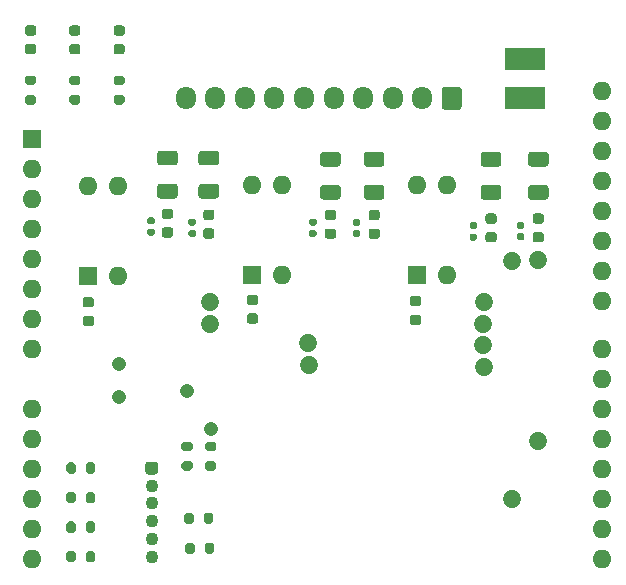
<source format=gbr>
G04 #@! TF.GenerationSoftware,KiCad,Pcbnew,(5.1.7)-1*
G04 #@! TF.CreationDate,2020-12-25T14:24:49+09:00*
G04 #@! TF.ProjectId,Ctrl_Arduino,4374726c-5f41-4726-9475-696e6f2e6b69,rev?*
G04 #@! TF.SameCoordinates,Original*
G04 #@! TF.FileFunction,Soldermask,Top*
G04 #@! TF.FilePolarity,Negative*
%FSLAX46Y46*%
G04 Gerber Fmt 4.6, Leading zero omitted, Abs format (unit mm)*
G04 Created by KiCad (PCBNEW (5.1.7)-1) date 2020-12-25 14:24:49*
%MOMM*%
%LPD*%
G01*
G04 APERTURE LIST*
%ADD10C,1.200000*%
%ADD11C,1.500000*%
%ADD12R,3.400000X1.900000*%
%ADD13C,1.100000*%
%ADD14O,1.700000X1.950000*%
%ADD15R,1.600000X1.600000*%
%ADD16O,1.600000X1.600000*%
G04 APERTURE END LIST*
D10*
X91000000Y-135950000D02*
G75*
G03*
X91000000Y-135950000I0J0D01*
G01*
X89000000Y-132700000D02*
G75*
G03*
X89000000Y-132700000I0J0D01*
G01*
X83250000Y-133200000D02*
G75*
G03*
X83250000Y-133200000I0J0D01*
G01*
X83200000Y-130450000D02*
G75*
G03*
X83200000Y-130450000I0J0D01*
G01*
D11*
X116550000Y-141910000D02*
G75*
G03*
X116550000Y-141910000I0J0D01*
G01*
X118750000Y-136940000D02*
G75*
G03*
X118750000Y-136940000I0J0D01*
G01*
X116540000Y-121760000D02*
G75*
G03*
X116540000Y-121760000I0J0D01*
G01*
X90900000Y-127060000D02*
G75*
G03*
X90900000Y-127060000I0J0D01*
G01*
X90910000Y-125210000D02*
G75*
G03*
X90910000Y-125210000I0J0D01*
G01*
X99230000Y-128680000D02*
G75*
G03*
X99230000Y-128680000I0J0D01*
G01*
X99320000Y-130540000D02*
G75*
G03*
X99320000Y-130540000I0J0D01*
G01*
X114100000Y-130700000D02*
G75*
G03*
X114100000Y-130700000I0J0D01*
G01*
X114080000Y-128820000D02*
G75*
G03*
X114080000Y-128820000I0J0D01*
G01*
X114050000Y-127060000D02*
G75*
G03*
X114050000Y-127060000I0J0D01*
G01*
X114100000Y-125210000D02*
G75*
G03*
X114100000Y-125210000I0J0D01*
G01*
X118750000Y-121660000D02*
G75*
G03*
X118750000Y-121660000I0J0D01*
G01*
G36*
G01*
X89275000Y-137825000D02*
X88725000Y-137825000D01*
G75*
G02*
X88525000Y-137625000I0J200000D01*
G01*
X88525000Y-137225000D01*
G75*
G02*
X88725000Y-137025000I200000J0D01*
G01*
X89275000Y-137025000D01*
G75*
G02*
X89475000Y-137225000I0J-200000D01*
G01*
X89475000Y-137625000D01*
G75*
G02*
X89275000Y-137825000I-200000J0D01*
G01*
G37*
G36*
G01*
X89275000Y-139475000D02*
X88725000Y-139475000D01*
G75*
G02*
X88525000Y-139275000I0J200000D01*
G01*
X88525000Y-138875000D01*
G75*
G02*
X88725000Y-138675000I200000J0D01*
G01*
X89275000Y-138675000D01*
G75*
G02*
X89475000Y-138875000I0J-200000D01*
G01*
X89475000Y-139275000D01*
G75*
G02*
X89275000Y-139475000I-200000J0D01*
G01*
G37*
G36*
G01*
X82975000Y-107675000D02*
X83525000Y-107675000D01*
G75*
G02*
X83725000Y-107875000I0J-200000D01*
G01*
X83725000Y-108275000D01*
G75*
G02*
X83525000Y-108475000I-200000J0D01*
G01*
X82975000Y-108475000D01*
G75*
G02*
X82775000Y-108275000I0J200000D01*
G01*
X82775000Y-107875000D01*
G75*
G02*
X82975000Y-107675000I200000J0D01*
G01*
G37*
G36*
G01*
X82975000Y-106025000D02*
X83525000Y-106025000D01*
G75*
G02*
X83725000Y-106225000I0J-200000D01*
G01*
X83725000Y-106625000D01*
G75*
G02*
X83525000Y-106825000I-200000J0D01*
G01*
X82975000Y-106825000D01*
G75*
G02*
X82775000Y-106625000I0J200000D01*
G01*
X82775000Y-106225000D01*
G75*
G02*
X82975000Y-106025000I200000J0D01*
G01*
G37*
G36*
G01*
X91275000Y-137825000D02*
X90725000Y-137825000D01*
G75*
G02*
X90525000Y-137625000I0J200000D01*
G01*
X90525000Y-137225000D01*
G75*
G02*
X90725000Y-137025000I200000J0D01*
G01*
X91275000Y-137025000D01*
G75*
G02*
X91475000Y-137225000I0J-200000D01*
G01*
X91475000Y-137625000D01*
G75*
G02*
X91275000Y-137825000I-200000J0D01*
G01*
G37*
G36*
G01*
X91275000Y-139475000D02*
X90725000Y-139475000D01*
G75*
G02*
X90525000Y-139275000I0J200000D01*
G01*
X90525000Y-138875000D01*
G75*
G02*
X90725000Y-138675000I200000J0D01*
G01*
X91275000Y-138675000D01*
G75*
G02*
X91475000Y-138875000I0J-200000D01*
G01*
X91475000Y-139275000D01*
G75*
G02*
X91275000Y-139475000I-200000J0D01*
G01*
G37*
G36*
G01*
X79225000Y-107675000D02*
X79775000Y-107675000D01*
G75*
G02*
X79975000Y-107875000I0J-200000D01*
G01*
X79975000Y-108275000D01*
G75*
G02*
X79775000Y-108475000I-200000J0D01*
G01*
X79225000Y-108475000D01*
G75*
G02*
X79025000Y-108275000I0J200000D01*
G01*
X79025000Y-107875000D01*
G75*
G02*
X79225000Y-107675000I200000J0D01*
G01*
G37*
G36*
G01*
X79225000Y-106025000D02*
X79775000Y-106025000D01*
G75*
G02*
X79975000Y-106225000I0J-200000D01*
G01*
X79975000Y-106625000D01*
G75*
G02*
X79775000Y-106825000I-200000J0D01*
G01*
X79225000Y-106825000D01*
G75*
G02*
X79025000Y-106625000I0J200000D01*
G01*
X79025000Y-106225000D01*
G75*
G02*
X79225000Y-106025000I200000J0D01*
G01*
G37*
G36*
G01*
X75475000Y-107675000D02*
X76025000Y-107675000D01*
G75*
G02*
X76225000Y-107875000I0J-200000D01*
G01*
X76225000Y-108275000D01*
G75*
G02*
X76025000Y-108475000I-200000J0D01*
G01*
X75475000Y-108475000D01*
G75*
G02*
X75275000Y-108275000I0J200000D01*
G01*
X75275000Y-107875000D01*
G75*
G02*
X75475000Y-107675000I200000J0D01*
G01*
G37*
G36*
G01*
X75475000Y-106025000D02*
X76025000Y-106025000D01*
G75*
G02*
X76225000Y-106225000I0J-200000D01*
G01*
X76225000Y-106625000D01*
G75*
G02*
X76025000Y-106825000I-200000J0D01*
G01*
X75475000Y-106825000D01*
G75*
G02*
X75275000Y-106625000I0J200000D01*
G01*
X75275000Y-106225000D01*
G75*
G02*
X75475000Y-106025000I200000J0D01*
G01*
G37*
G36*
G01*
X90510000Y-146320000D02*
X90510000Y-145770000D01*
G75*
G02*
X90710000Y-145570000I200000J0D01*
G01*
X91110000Y-145570000D01*
G75*
G02*
X91310000Y-145770000I0J-200000D01*
G01*
X91310000Y-146320000D01*
G75*
G02*
X91110000Y-146520000I-200000J0D01*
G01*
X90710000Y-146520000D01*
G75*
G02*
X90510000Y-146320000I0J200000D01*
G01*
G37*
G36*
G01*
X88860000Y-146320000D02*
X88860000Y-145770000D01*
G75*
G02*
X89060000Y-145570000I200000J0D01*
G01*
X89460000Y-145570000D01*
G75*
G02*
X89660000Y-145770000I0J-200000D01*
G01*
X89660000Y-146320000D01*
G75*
G02*
X89460000Y-146520000I-200000J0D01*
G01*
X89060000Y-146520000D01*
G75*
G02*
X88860000Y-146320000I0J200000D01*
G01*
G37*
G36*
G01*
X90425000Y-143775000D02*
X90425000Y-143225000D01*
G75*
G02*
X90625000Y-143025000I200000J0D01*
G01*
X91025000Y-143025000D01*
G75*
G02*
X91225000Y-143225000I0J-200000D01*
G01*
X91225000Y-143775000D01*
G75*
G02*
X91025000Y-143975000I-200000J0D01*
G01*
X90625000Y-143975000D01*
G75*
G02*
X90425000Y-143775000I0J200000D01*
G01*
G37*
G36*
G01*
X88775000Y-143775000D02*
X88775000Y-143225000D01*
G75*
G02*
X88975000Y-143025000I200000J0D01*
G01*
X89375000Y-143025000D01*
G75*
G02*
X89575000Y-143225000I0J-200000D01*
G01*
X89575000Y-143775000D01*
G75*
G02*
X89375000Y-143975000I-200000J0D01*
G01*
X88975000Y-143975000D01*
G75*
G02*
X88775000Y-143775000I0J200000D01*
G01*
G37*
G36*
G01*
X79575000Y-146475000D02*
X79575000Y-147025000D01*
G75*
G02*
X79375000Y-147225000I-200000J0D01*
G01*
X78975000Y-147225000D01*
G75*
G02*
X78775000Y-147025000I0J200000D01*
G01*
X78775000Y-146475000D01*
G75*
G02*
X78975000Y-146275000I200000J0D01*
G01*
X79375000Y-146275000D01*
G75*
G02*
X79575000Y-146475000I0J-200000D01*
G01*
G37*
G36*
G01*
X81225000Y-146475000D02*
X81225000Y-147025000D01*
G75*
G02*
X81025000Y-147225000I-200000J0D01*
G01*
X80625000Y-147225000D01*
G75*
G02*
X80425000Y-147025000I0J200000D01*
G01*
X80425000Y-146475000D01*
G75*
G02*
X80625000Y-146275000I200000J0D01*
G01*
X81025000Y-146275000D01*
G75*
G02*
X81225000Y-146475000I0J-200000D01*
G01*
G37*
G36*
G01*
X79575000Y-143975000D02*
X79575000Y-144525000D01*
G75*
G02*
X79375000Y-144725000I-200000J0D01*
G01*
X78975000Y-144725000D01*
G75*
G02*
X78775000Y-144525000I0J200000D01*
G01*
X78775000Y-143975000D01*
G75*
G02*
X78975000Y-143775000I200000J0D01*
G01*
X79375000Y-143775000D01*
G75*
G02*
X79575000Y-143975000I0J-200000D01*
G01*
G37*
G36*
G01*
X81225000Y-143975000D02*
X81225000Y-144525000D01*
G75*
G02*
X81025000Y-144725000I-200000J0D01*
G01*
X80625000Y-144725000D01*
G75*
G02*
X80425000Y-144525000I0J200000D01*
G01*
X80425000Y-143975000D01*
G75*
G02*
X80625000Y-143775000I200000J0D01*
G01*
X81025000Y-143775000D01*
G75*
G02*
X81225000Y-143975000I0J-200000D01*
G01*
G37*
G36*
G01*
X79575000Y-141475000D02*
X79575000Y-142025000D01*
G75*
G02*
X79375000Y-142225000I-200000J0D01*
G01*
X78975000Y-142225000D01*
G75*
G02*
X78775000Y-142025000I0J200000D01*
G01*
X78775000Y-141475000D01*
G75*
G02*
X78975000Y-141275000I200000J0D01*
G01*
X79375000Y-141275000D01*
G75*
G02*
X79575000Y-141475000I0J-200000D01*
G01*
G37*
G36*
G01*
X81225000Y-141475000D02*
X81225000Y-142025000D01*
G75*
G02*
X81025000Y-142225000I-200000J0D01*
G01*
X80625000Y-142225000D01*
G75*
G02*
X80425000Y-142025000I0J200000D01*
G01*
X80425000Y-141475000D01*
G75*
G02*
X80625000Y-141275000I200000J0D01*
G01*
X81025000Y-141275000D01*
G75*
G02*
X81225000Y-141475000I0J-200000D01*
G01*
G37*
G36*
G01*
X79575000Y-138975000D02*
X79575000Y-139525000D01*
G75*
G02*
X79375000Y-139725000I-200000J0D01*
G01*
X78975000Y-139725000D01*
G75*
G02*
X78775000Y-139525000I0J200000D01*
G01*
X78775000Y-138975000D01*
G75*
G02*
X78975000Y-138775000I200000J0D01*
G01*
X79375000Y-138775000D01*
G75*
G02*
X79575000Y-138975000I0J-200000D01*
G01*
G37*
G36*
G01*
X81225000Y-138975000D02*
X81225000Y-139525000D01*
G75*
G02*
X81025000Y-139725000I-200000J0D01*
G01*
X80625000Y-139725000D01*
G75*
G02*
X80425000Y-139525000I0J200000D01*
G01*
X80425000Y-138975000D01*
G75*
G02*
X80625000Y-138775000I200000J0D01*
G01*
X81025000Y-138775000D01*
G75*
G02*
X81225000Y-138975000I0J-200000D01*
G01*
G37*
D12*
X117600000Y-104650000D03*
X117600000Y-107950000D03*
D13*
X86000000Y-146750000D03*
X86000000Y-145250000D03*
X86000000Y-143750000D03*
G36*
G01*
X85725000Y-138700000D02*
X86275000Y-138700000D01*
G75*
G02*
X86550000Y-138975000I0J-275000D01*
G01*
X86550000Y-139525000D01*
G75*
G02*
X86275000Y-139800000I-275000J0D01*
G01*
X85725000Y-139800000D01*
G75*
G02*
X85450000Y-139525000I0J275000D01*
G01*
X85450000Y-138975000D01*
G75*
G02*
X85725000Y-138700000I275000J0D01*
G01*
G37*
X86000000Y-140750000D03*
X86000000Y-142250000D03*
D14*
X88900000Y-107950000D03*
X91400000Y-107950000D03*
X93900000Y-107950000D03*
X96400000Y-107950000D03*
X98900000Y-107950000D03*
X101400000Y-107950000D03*
X103900000Y-107950000D03*
X106400000Y-107950000D03*
X108900000Y-107950000D03*
G36*
G01*
X112250000Y-107225000D02*
X112250000Y-108675000D01*
G75*
G02*
X112000000Y-108925000I-250000J0D01*
G01*
X110800000Y-108925000D01*
G75*
G02*
X110550000Y-108675000I0J250000D01*
G01*
X110550000Y-107225000D01*
G75*
G02*
X110800000Y-106975000I250000J0D01*
G01*
X112000000Y-106975000D01*
G75*
G02*
X112250000Y-107225000I0J-250000D01*
G01*
G37*
G36*
G01*
X82993750Y-103350000D02*
X83506250Y-103350000D01*
G75*
G02*
X83725000Y-103568750I0J-218750D01*
G01*
X83725000Y-104006250D01*
G75*
G02*
X83506250Y-104225000I-218750J0D01*
G01*
X82993750Y-104225000D01*
G75*
G02*
X82775000Y-104006250I0J218750D01*
G01*
X82775000Y-103568750D01*
G75*
G02*
X82993750Y-103350000I218750J0D01*
G01*
G37*
G36*
G01*
X82993750Y-101775000D02*
X83506250Y-101775000D01*
G75*
G02*
X83725000Y-101993750I0J-218750D01*
G01*
X83725000Y-102431250D01*
G75*
G02*
X83506250Y-102650000I-218750J0D01*
G01*
X82993750Y-102650000D01*
G75*
G02*
X82775000Y-102431250I0J218750D01*
G01*
X82775000Y-101993750D01*
G75*
G02*
X82993750Y-101775000I218750J0D01*
G01*
G37*
G36*
G01*
X79243750Y-103350000D02*
X79756250Y-103350000D01*
G75*
G02*
X79975000Y-103568750I0J-218750D01*
G01*
X79975000Y-104006250D01*
G75*
G02*
X79756250Y-104225000I-218750J0D01*
G01*
X79243750Y-104225000D01*
G75*
G02*
X79025000Y-104006250I0J218750D01*
G01*
X79025000Y-103568750D01*
G75*
G02*
X79243750Y-103350000I218750J0D01*
G01*
G37*
G36*
G01*
X79243750Y-101775000D02*
X79756250Y-101775000D01*
G75*
G02*
X79975000Y-101993750I0J-218750D01*
G01*
X79975000Y-102431250D01*
G75*
G02*
X79756250Y-102650000I-218750J0D01*
G01*
X79243750Y-102650000D01*
G75*
G02*
X79025000Y-102431250I0J218750D01*
G01*
X79025000Y-101993750D01*
G75*
G02*
X79243750Y-101775000I218750J0D01*
G01*
G37*
G36*
G01*
X75493750Y-103350000D02*
X76006250Y-103350000D01*
G75*
G02*
X76225000Y-103568750I0J-218750D01*
G01*
X76225000Y-104006250D01*
G75*
G02*
X76006250Y-104225000I-218750J0D01*
G01*
X75493750Y-104225000D01*
G75*
G02*
X75275000Y-104006250I0J218750D01*
G01*
X75275000Y-103568750D01*
G75*
G02*
X75493750Y-103350000I218750J0D01*
G01*
G37*
G36*
G01*
X75493750Y-101775000D02*
X76006250Y-101775000D01*
G75*
G02*
X76225000Y-101993750I0J-218750D01*
G01*
X76225000Y-102431250D01*
G75*
G02*
X76006250Y-102650000I-218750J0D01*
G01*
X75493750Y-102650000D01*
G75*
G02*
X75275000Y-102431250I0J218750D01*
G01*
X75275000Y-101993750D01*
G75*
G02*
X75493750Y-101775000I218750J0D01*
G01*
G37*
D15*
X80640000Y-123010000D03*
D16*
X83180000Y-115390000D03*
X83180000Y-123010000D03*
X80640000Y-115390000D03*
G36*
G01*
X80896250Y-127235000D02*
X80383750Y-127235000D01*
G75*
G02*
X80165000Y-127016250I0J218750D01*
G01*
X80165000Y-126578750D01*
G75*
G02*
X80383750Y-126360000I218750J0D01*
G01*
X80896250Y-126360000D01*
G75*
G02*
X81115000Y-126578750I0J-218750D01*
G01*
X81115000Y-127016250D01*
G75*
G02*
X80896250Y-127235000I-218750J0D01*
G01*
G37*
G36*
G01*
X80896250Y-125660000D02*
X80383750Y-125660000D01*
G75*
G02*
X80165000Y-125441250I0J218750D01*
G01*
X80165000Y-125003750D01*
G75*
G02*
X80383750Y-124785000I218750J0D01*
G01*
X80896250Y-124785000D01*
G75*
G02*
X81115000Y-125003750I0J-218750D01*
G01*
X81115000Y-125441250D01*
G75*
G02*
X80896250Y-125660000I-218750J0D01*
G01*
G37*
G36*
G01*
X87596250Y-119735000D02*
X87083750Y-119735000D01*
G75*
G02*
X86865000Y-119516250I0J218750D01*
G01*
X86865000Y-119078750D01*
G75*
G02*
X87083750Y-118860000I218750J0D01*
G01*
X87596250Y-118860000D01*
G75*
G02*
X87815000Y-119078750I0J-218750D01*
G01*
X87815000Y-119516250D01*
G75*
G02*
X87596250Y-119735000I-218750J0D01*
G01*
G37*
G36*
G01*
X87596250Y-118160000D02*
X87083750Y-118160000D01*
G75*
G02*
X86865000Y-117941250I0J218750D01*
G01*
X86865000Y-117503750D01*
G75*
G02*
X87083750Y-117285000I218750J0D01*
G01*
X87596250Y-117285000D01*
G75*
G02*
X87815000Y-117503750I0J-218750D01*
G01*
X87815000Y-117941250D01*
G75*
G02*
X87596250Y-118160000I-218750J0D01*
G01*
G37*
G36*
G01*
X91096250Y-119835000D02*
X90583750Y-119835000D01*
G75*
G02*
X90365000Y-119616250I0J218750D01*
G01*
X90365000Y-119178750D01*
G75*
G02*
X90583750Y-118960000I218750J0D01*
G01*
X91096250Y-118960000D01*
G75*
G02*
X91315000Y-119178750I0J-218750D01*
G01*
X91315000Y-119616250D01*
G75*
G02*
X91096250Y-119835000I-218750J0D01*
G01*
G37*
G36*
G01*
X91096250Y-118260000D02*
X90583750Y-118260000D01*
G75*
G02*
X90365000Y-118041250I0J218750D01*
G01*
X90365000Y-117603750D01*
G75*
G02*
X90583750Y-117385000I218750J0D01*
G01*
X91096250Y-117385000D01*
G75*
G02*
X91315000Y-117603750I0J-218750D01*
G01*
X91315000Y-118041250D01*
G75*
G02*
X91096250Y-118260000I-218750J0D01*
G01*
G37*
G36*
G01*
X86715000Y-112385000D02*
X87965000Y-112385000D01*
G75*
G02*
X88215000Y-112635000I0J-250000D01*
G01*
X88215000Y-113385000D01*
G75*
G02*
X87965000Y-113635000I-250000J0D01*
G01*
X86715000Y-113635000D01*
G75*
G02*
X86465000Y-113385000I0J250000D01*
G01*
X86465000Y-112635000D01*
G75*
G02*
X86715000Y-112385000I250000J0D01*
G01*
G37*
G36*
G01*
X86715000Y-115185000D02*
X87965000Y-115185000D01*
G75*
G02*
X88215000Y-115435000I0J-250000D01*
G01*
X88215000Y-116185000D01*
G75*
G02*
X87965000Y-116435000I-250000J0D01*
G01*
X86715000Y-116435000D01*
G75*
G02*
X86465000Y-116185000I0J250000D01*
G01*
X86465000Y-115435000D01*
G75*
G02*
X86715000Y-115185000I250000J0D01*
G01*
G37*
G36*
G01*
X90215000Y-112385000D02*
X91465000Y-112385000D01*
G75*
G02*
X91715000Y-112635000I0J-250000D01*
G01*
X91715000Y-113385000D01*
G75*
G02*
X91465000Y-113635000I-250000J0D01*
G01*
X90215000Y-113635000D01*
G75*
G02*
X89965000Y-113385000I0J250000D01*
G01*
X89965000Y-112635000D01*
G75*
G02*
X90215000Y-112385000I250000J0D01*
G01*
G37*
G36*
G01*
X90215000Y-115185000D02*
X91465000Y-115185000D01*
G75*
G02*
X91715000Y-115435000I0J-250000D01*
G01*
X91715000Y-116185000D01*
G75*
G02*
X91465000Y-116435000I-250000J0D01*
G01*
X90215000Y-116435000D01*
G75*
G02*
X89965000Y-116185000I0J250000D01*
G01*
X89965000Y-115435000D01*
G75*
G02*
X90215000Y-115185000I250000J0D01*
G01*
G37*
G36*
G01*
X86112500Y-119590000D02*
X85767500Y-119590000D01*
G75*
G02*
X85620000Y-119442500I0J147500D01*
G01*
X85620000Y-119147500D01*
G75*
G02*
X85767500Y-119000000I147500J0D01*
G01*
X86112500Y-119000000D01*
G75*
G02*
X86260000Y-119147500I0J-147500D01*
G01*
X86260000Y-119442500D01*
G75*
G02*
X86112500Y-119590000I-147500J0D01*
G01*
G37*
G36*
G01*
X86112500Y-118620000D02*
X85767500Y-118620000D01*
G75*
G02*
X85620000Y-118472500I0J147500D01*
G01*
X85620000Y-118177500D01*
G75*
G02*
X85767500Y-118030000I147500J0D01*
G01*
X86112500Y-118030000D01*
G75*
G02*
X86260000Y-118177500I0J-147500D01*
G01*
X86260000Y-118472500D01*
G75*
G02*
X86112500Y-118620000I-147500J0D01*
G01*
G37*
G36*
G01*
X89612500Y-119690000D02*
X89267500Y-119690000D01*
G75*
G02*
X89120000Y-119542500I0J147500D01*
G01*
X89120000Y-119247500D01*
G75*
G02*
X89267500Y-119100000I147500J0D01*
G01*
X89612500Y-119100000D01*
G75*
G02*
X89760000Y-119247500I0J-147500D01*
G01*
X89760000Y-119542500D01*
G75*
G02*
X89612500Y-119690000I-147500J0D01*
G01*
G37*
G36*
G01*
X89612500Y-118720000D02*
X89267500Y-118720000D01*
G75*
G02*
X89120000Y-118572500I0J147500D01*
G01*
X89120000Y-118277500D01*
G75*
G02*
X89267500Y-118130000I147500J0D01*
G01*
X89612500Y-118130000D01*
G75*
G02*
X89760000Y-118277500I0J-147500D01*
G01*
X89760000Y-118572500D01*
G75*
G02*
X89612500Y-118720000I-147500J0D01*
G01*
G37*
X124130000Y-107370000D03*
X124130000Y-141910000D03*
X124130000Y-120070000D03*
X75870000Y-124130000D03*
X75870000Y-136830000D03*
X124130000Y-146990000D03*
X124130000Y-109910000D03*
X124130000Y-134290000D03*
X75870000Y-126670000D03*
X75870000Y-121590000D03*
X75870000Y-141910000D03*
X75870000Y-119050000D03*
X124130000Y-112450000D03*
X75870000Y-146990000D03*
X124130000Y-117530000D03*
X75870000Y-139370000D03*
X124130000Y-122610000D03*
X124130000Y-144450000D03*
X75870000Y-144450000D03*
X75870000Y-129210000D03*
X75870000Y-113970000D03*
X124130000Y-139370000D03*
X124130000Y-114990000D03*
X75870000Y-134290000D03*
X124130000Y-125150000D03*
X75870000Y-116510000D03*
X124130000Y-131750000D03*
X124130000Y-136830000D03*
X124130000Y-129210000D03*
D15*
X75870000Y-111430000D03*
G36*
G01*
X105096250Y-119847500D02*
X104583750Y-119847500D01*
G75*
G02*
X104365000Y-119628750I0J218750D01*
G01*
X104365000Y-119191250D01*
G75*
G02*
X104583750Y-118972500I218750J0D01*
G01*
X105096250Y-118972500D01*
G75*
G02*
X105315000Y-119191250I0J-218750D01*
G01*
X105315000Y-119628750D01*
G75*
G02*
X105096250Y-119847500I-218750J0D01*
G01*
G37*
G36*
G01*
X105096250Y-118272500D02*
X104583750Y-118272500D01*
G75*
G02*
X104365000Y-118053750I0J218750D01*
G01*
X104365000Y-117616250D01*
G75*
G02*
X104583750Y-117397500I218750J0D01*
G01*
X105096250Y-117397500D01*
G75*
G02*
X105315000Y-117616250I0J-218750D01*
G01*
X105315000Y-118053750D01*
G75*
G02*
X105096250Y-118272500I-218750J0D01*
G01*
G37*
G36*
G01*
X118996250Y-120147500D02*
X118483750Y-120147500D01*
G75*
G02*
X118265000Y-119928750I0J218750D01*
G01*
X118265000Y-119491250D01*
G75*
G02*
X118483750Y-119272500I218750J0D01*
G01*
X118996250Y-119272500D01*
G75*
G02*
X119215000Y-119491250I0J-218750D01*
G01*
X119215000Y-119928750D01*
G75*
G02*
X118996250Y-120147500I-218750J0D01*
G01*
G37*
G36*
G01*
X118996250Y-118572500D02*
X118483750Y-118572500D01*
G75*
G02*
X118265000Y-118353750I0J218750D01*
G01*
X118265000Y-117916250D01*
G75*
G02*
X118483750Y-117697500I218750J0D01*
G01*
X118996250Y-117697500D01*
G75*
G02*
X119215000Y-117916250I0J-218750D01*
G01*
X119215000Y-118353750D01*
G75*
G02*
X118996250Y-118572500I-218750J0D01*
G01*
G37*
G36*
G01*
X101396250Y-119847500D02*
X100883750Y-119847500D01*
G75*
G02*
X100665000Y-119628750I0J218750D01*
G01*
X100665000Y-119191250D01*
G75*
G02*
X100883750Y-118972500I218750J0D01*
G01*
X101396250Y-118972500D01*
G75*
G02*
X101615000Y-119191250I0J-218750D01*
G01*
X101615000Y-119628750D01*
G75*
G02*
X101396250Y-119847500I-218750J0D01*
G01*
G37*
G36*
G01*
X101396250Y-118272500D02*
X100883750Y-118272500D01*
G75*
G02*
X100665000Y-118053750I0J218750D01*
G01*
X100665000Y-117616250D01*
G75*
G02*
X100883750Y-117397500I218750J0D01*
G01*
X101396250Y-117397500D01*
G75*
G02*
X101615000Y-117616250I0J-218750D01*
G01*
X101615000Y-118053750D01*
G75*
G02*
X101396250Y-118272500I-218750J0D01*
G01*
G37*
G36*
G01*
X114996250Y-120147500D02*
X114483750Y-120147500D01*
G75*
G02*
X114265000Y-119928750I0J218750D01*
G01*
X114265000Y-119491250D01*
G75*
G02*
X114483750Y-119272500I218750J0D01*
G01*
X114996250Y-119272500D01*
G75*
G02*
X115215000Y-119491250I0J-218750D01*
G01*
X115215000Y-119928750D01*
G75*
G02*
X114996250Y-120147500I-218750J0D01*
G01*
G37*
G36*
G01*
X114996250Y-118572500D02*
X114483750Y-118572500D01*
G75*
G02*
X114265000Y-118353750I0J218750D01*
G01*
X114265000Y-117916250D01*
G75*
G02*
X114483750Y-117697500I218750J0D01*
G01*
X114996250Y-117697500D01*
G75*
G02*
X115215000Y-117916250I0J-218750D01*
G01*
X115215000Y-118353750D01*
G75*
G02*
X114996250Y-118572500I-218750J0D01*
G01*
G37*
G36*
G01*
X94796250Y-127035000D02*
X94283750Y-127035000D01*
G75*
G02*
X94065000Y-126816250I0J218750D01*
G01*
X94065000Y-126378750D01*
G75*
G02*
X94283750Y-126160000I218750J0D01*
G01*
X94796250Y-126160000D01*
G75*
G02*
X95015000Y-126378750I0J-218750D01*
G01*
X95015000Y-126816250D01*
G75*
G02*
X94796250Y-127035000I-218750J0D01*
G01*
G37*
G36*
G01*
X94796250Y-125460000D02*
X94283750Y-125460000D01*
G75*
G02*
X94065000Y-125241250I0J218750D01*
G01*
X94065000Y-124803750D01*
G75*
G02*
X94283750Y-124585000I218750J0D01*
G01*
X94796250Y-124585000D01*
G75*
G02*
X95015000Y-124803750I0J-218750D01*
G01*
X95015000Y-125241250D01*
G75*
G02*
X94796250Y-125460000I-218750J0D01*
G01*
G37*
G36*
G01*
X108596250Y-127135000D02*
X108083750Y-127135000D01*
G75*
G02*
X107865000Y-126916250I0J218750D01*
G01*
X107865000Y-126478750D01*
G75*
G02*
X108083750Y-126260000I218750J0D01*
G01*
X108596250Y-126260000D01*
G75*
G02*
X108815000Y-126478750I0J-218750D01*
G01*
X108815000Y-126916250D01*
G75*
G02*
X108596250Y-127135000I-218750J0D01*
G01*
G37*
G36*
G01*
X108596250Y-125560000D02*
X108083750Y-125560000D01*
G75*
G02*
X107865000Y-125341250I0J218750D01*
G01*
X107865000Y-124903750D01*
G75*
G02*
X108083750Y-124685000I218750J0D01*
G01*
X108596250Y-124685000D01*
G75*
G02*
X108815000Y-124903750I0J-218750D01*
G01*
X108815000Y-125341250D01*
G75*
G02*
X108596250Y-125560000I-218750J0D01*
G01*
G37*
X94540000Y-122910000D03*
D16*
X97080000Y-115290000D03*
X97080000Y-122910000D03*
X94540000Y-115290000D03*
D15*
X108440000Y-122910000D03*
D16*
X110980000Y-115290000D03*
X110980000Y-122910000D03*
X108440000Y-115290000D03*
G36*
G01*
X118115000Y-112485000D02*
X119365000Y-112485000D01*
G75*
G02*
X119615000Y-112735000I0J-250000D01*
G01*
X119615000Y-113485000D01*
G75*
G02*
X119365000Y-113735000I-250000J0D01*
G01*
X118115000Y-113735000D01*
G75*
G02*
X117865000Y-113485000I0J250000D01*
G01*
X117865000Y-112735000D01*
G75*
G02*
X118115000Y-112485000I250000J0D01*
G01*
G37*
G36*
G01*
X118115000Y-115285000D02*
X119365000Y-115285000D01*
G75*
G02*
X119615000Y-115535000I0J-250000D01*
G01*
X119615000Y-116285000D01*
G75*
G02*
X119365000Y-116535000I-250000J0D01*
G01*
X118115000Y-116535000D01*
G75*
G02*
X117865000Y-116285000I0J250000D01*
G01*
X117865000Y-115535000D01*
G75*
G02*
X118115000Y-115285000I250000J0D01*
G01*
G37*
G36*
G01*
X114115000Y-115285000D02*
X115365000Y-115285000D01*
G75*
G02*
X115615000Y-115535000I0J-250000D01*
G01*
X115615000Y-116285000D01*
G75*
G02*
X115365000Y-116535000I-250000J0D01*
G01*
X114115000Y-116535000D01*
G75*
G02*
X113865000Y-116285000I0J250000D01*
G01*
X113865000Y-115535000D01*
G75*
G02*
X114115000Y-115285000I250000J0D01*
G01*
G37*
G36*
G01*
X114115000Y-112485000D02*
X115365000Y-112485000D01*
G75*
G02*
X115615000Y-112735000I0J-250000D01*
G01*
X115615000Y-113485000D01*
G75*
G02*
X115365000Y-113735000I-250000J0D01*
G01*
X114115000Y-113735000D01*
G75*
G02*
X113865000Y-113485000I0J250000D01*
G01*
X113865000Y-112735000D01*
G75*
G02*
X114115000Y-112485000I250000J0D01*
G01*
G37*
G36*
G01*
X104215000Y-112485000D02*
X105465000Y-112485000D01*
G75*
G02*
X105715000Y-112735000I0J-250000D01*
G01*
X105715000Y-113485000D01*
G75*
G02*
X105465000Y-113735000I-250000J0D01*
G01*
X104215000Y-113735000D01*
G75*
G02*
X103965000Y-113485000I0J250000D01*
G01*
X103965000Y-112735000D01*
G75*
G02*
X104215000Y-112485000I250000J0D01*
G01*
G37*
G36*
G01*
X104215000Y-115285000D02*
X105465000Y-115285000D01*
G75*
G02*
X105715000Y-115535000I0J-250000D01*
G01*
X105715000Y-116285000D01*
G75*
G02*
X105465000Y-116535000I-250000J0D01*
G01*
X104215000Y-116535000D01*
G75*
G02*
X103965000Y-116285000I0J250000D01*
G01*
X103965000Y-115535000D01*
G75*
G02*
X104215000Y-115285000I250000J0D01*
G01*
G37*
G36*
G01*
X100515000Y-112485000D02*
X101765000Y-112485000D01*
G75*
G02*
X102015000Y-112735000I0J-250000D01*
G01*
X102015000Y-113485000D01*
G75*
G02*
X101765000Y-113735000I-250000J0D01*
G01*
X100515000Y-113735000D01*
G75*
G02*
X100265000Y-113485000I0J250000D01*
G01*
X100265000Y-112735000D01*
G75*
G02*
X100515000Y-112485000I250000J0D01*
G01*
G37*
G36*
G01*
X100515000Y-115285000D02*
X101765000Y-115285000D01*
G75*
G02*
X102015000Y-115535000I0J-250000D01*
G01*
X102015000Y-116285000D01*
G75*
G02*
X101765000Y-116535000I-250000J0D01*
G01*
X100515000Y-116535000D01*
G75*
G02*
X100265000Y-116285000I0J250000D01*
G01*
X100265000Y-115535000D01*
G75*
G02*
X100515000Y-115285000I250000J0D01*
G01*
G37*
G36*
G01*
X113412500Y-119990000D02*
X113067500Y-119990000D01*
G75*
G02*
X112920000Y-119842500I0J147500D01*
G01*
X112920000Y-119547500D01*
G75*
G02*
X113067500Y-119400000I147500J0D01*
G01*
X113412500Y-119400000D01*
G75*
G02*
X113560000Y-119547500I0J-147500D01*
G01*
X113560000Y-119842500D01*
G75*
G02*
X113412500Y-119990000I-147500J0D01*
G01*
G37*
G36*
G01*
X113412500Y-119020000D02*
X113067500Y-119020000D01*
G75*
G02*
X112920000Y-118872500I0J147500D01*
G01*
X112920000Y-118577500D01*
G75*
G02*
X113067500Y-118430000I147500J0D01*
G01*
X113412500Y-118430000D01*
G75*
G02*
X113560000Y-118577500I0J-147500D01*
G01*
X113560000Y-118872500D01*
G75*
G02*
X113412500Y-119020000I-147500J0D01*
G01*
G37*
G36*
G01*
X99812500Y-119690000D02*
X99467500Y-119690000D01*
G75*
G02*
X99320000Y-119542500I0J147500D01*
G01*
X99320000Y-119247500D01*
G75*
G02*
X99467500Y-119100000I147500J0D01*
G01*
X99812500Y-119100000D01*
G75*
G02*
X99960000Y-119247500I0J-147500D01*
G01*
X99960000Y-119542500D01*
G75*
G02*
X99812500Y-119690000I-147500J0D01*
G01*
G37*
G36*
G01*
X99812500Y-118720000D02*
X99467500Y-118720000D01*
G75*
G02*
X99320000Y-118572500I0J147500D01*
G01*
X99320000Y-118277500D01*
G75*
G02*
X99467500Y-118130000I147500J0D01*
G01*
X99812500Y-118130000D01*
G75*
G02*
X99960000Y-118277500I0J-147500D01*
G01*
X99960000Y-118572500D01*
G75*
G02*
X99812500Y-118720000I-147500J0D01*
G01*
G37*
G36*
G01*
X117412500Y-119975000D02*
X117067500Y-119975000D01*
G75*
G02*
X116920000Y-119827500I0J147500D01*
G01*
X116920000Y-119532500D01*
G75*
G02*
X117067500Y-119385000I147500J0D01*
G01*
X117412500Y-119385000D01*
G75*
G02*
X117560000Y-119532500I0J-147500D01*
G01*
X117560000Y-119827500D01*
G75*
G02*
X117412500Y-119975000I-147500J0D01*
G01*
G37*
G36*
G01*
X117412500Y-119005000D02*
X117067500Y-119005000D01*
G75*
G02*
X116920000Y-118857500I0J147500D01*
G01*
X116920000Y-118562500D01*
G75*
G02*
X117067500Y-118415000I147500J0D01*
G01*
X117412500Y-118415000D01*
G75*
G02*
X117560000Y-118562500I0J-147500D01*
G01*
X117560000Y-118857500D01*
G75*
G02*
X117412500Y-119005000I-147500J0D01*
G01*
G37*
G36*
G01*
X103512500Y-119705000D02*
X103167500Y-119705000D01*
G75*
G02*
X103020000Y-119557500I0J147500D01*
G01*
X103020000Y-119262500D01*
G75*
G02*
X103167500Y-119115000I147500J0D01*
G01*
X103512500Y-119115000D01*
G75*
G02*
X103660000Y-119262500I0J-147500D01*
G01*
X103660000Y-119557500D01*
G75*
G02*
X103512500Y-119705000I-147500J0D01*
G01*
G37*
G36*
G01*
X103512500Y-118735000D02*
X103167500Y-118735000D01*
G75*
G02*
X103020000Y-118587500I0J147500D01*
G01*
X103020000Y-118292500D01*
G75*
G02*
X103167500Y-118145000I147500J0D01*
G01*
X103512500Y-118145000D01*
G75*
G02*
X103660000Y-118292500I0J-147500D01*
G01*
X103660000Y-118587500D01*
G75*
G02*
X103512500Y-118735000I-147500J0D01*
G01*
G37*
M02*

</source>
